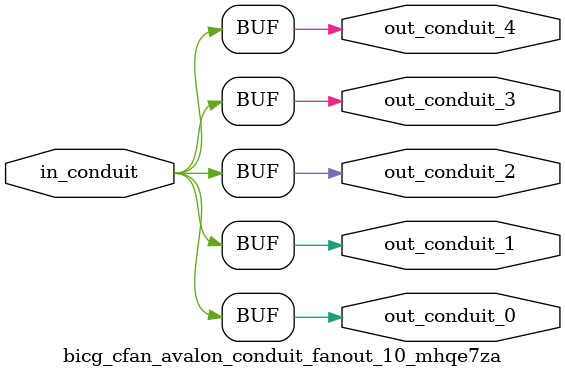
<source format=sv>


 


// --------------------------------------------------------------------------------
//| Avalon Conduit Fan-Out
// --------------------------------------------------------------------------------

// ------------------------------------------
// Generation parameters:
//   output_name:       bicg_cfan_avalon_conduit_fanout_10_mhqe7za
//   numFanOut:         5
//   
// ------------------------------------------

module bicg_cfan_avalon_conduit_fanout_10_mhqe7za (     

// Interface: out_conduit_0
 output                    out_conduit_0,
// Interface: out_conduit_1
 output                    out_conduit_1,
// Interface: out_conduit_2
 output                    out_conduit_2,
// Interface: out_conduit_3
 output                    out_conduit_3,
// Interface: out_conduit_4
 output                    out_conduit_4,

// Interface: in_conduit
 input                   in_conduit

);

   assign  out_conduit_0 = in_conduit;
   assign  out_conduit_1 = in_conduit;
   assign  out_conduit_2 = in_conduit;
   assign  out_conduit_3 = in_conduit;
   assign  out_conduit_4 = in_conduit;

endmodule //


</source>
